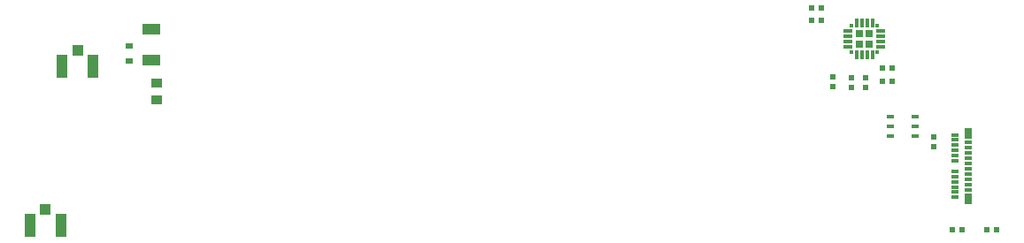
<source format=gbr>
G04*
G04 #@! TF.GenerationSoftware,Altium Limited,Altium Designer,24.3.1 (35)*
G04*
G04 Layer_Color=128*
%FSLAX44Y44*%
%MOMM*%
G71*
G04*
G04 #@! TF.SameCoordinates,025A4B24-8724-457C-B47B-0DB420FA472D*
G04*
G04*
G04 #@! TF.FilePolarity,Positive*
G04*
G01*
G75*
%ADD25R,0.6200X0.5700*%
%ADD27R,0.5000X0.5500*%
%ADD36R,0.5700X0.6200*%
%ADD49R,0.5500X0.5000*%
%ADD51R,1.0000X0.9000*%
%ADD59R,1.0000X1.0500*%
%ADD60R,1.0500X2.2000*%
%ADD64R,0.7000X0.6000*%
%ADD65R,1.8000X1.1000*%
%ADD149R,0.9000X0.3000*%
%ADD150R,0.3000X0.9000*%
%ADD152R,0.3000X0.3000*%
%ADD153R,0.7000X1.0000*%
%ADD154R,0.7000X0.3000*%
%ADD162R,0.7500X0.7500*%
%ADD163R,0.7000X0.4500*%
%ADD164R,0.7000X0.4500*%
D25*
X374650Y84860D02*
D03*
Y75160D02*
D03*
X360680D02*
D03*
Y84860D02*
D03*
D27*
X322910Y139700D02*
D03*
X332410D02*
D03*
X322830Y151130D02*
D03*
X332330D02*
D03*
X500050Y-60975D02*
D03*
X490550D02*
D03*
X457530Y-60960D02*
D03*
X467030D02*
D03*
D36*
X390576Y93980D02*
D03*
X400276D02*
D03*
X400276Y80853D02*
D03*
X390576D02*
D03*
D49*
X343242Y85627D02*
D03*
Y76127D02*
D03*
X439420Y18567D02*
D03*
Y28067D02*
D03*
D51*
X-303450Y63690D02*
D03*
Y79690D02*
D03*
D59*
X-410210Y-41900D02*
D03*
X-379240Y110500D02*
D03*
D60*
X-395460Y-57150D02*
D03*
X-424960D02*
D03*
X-364490Y95250D02*
D03*
X-393990D02*
D03*
D64*
X-330200Y114950D02*
D03*
Y100950D02*
D03*
D65*
X-308530Y131510D02*
D03*
Y101510D02*
D03*
D149*
X388880Y129420D02*
D03*
Y124420D02*
D03*
Y119420D02*
D03*
Y114420D02*
D03*
X357880D02*
D03*
Y119420D02*
D03*
Y124420D02*
D03*
Y129420D02*
D03*
D150*
X380880Y106420D02*
D03*
X375880D02*
D03*
X370880D02*
D03*
X365880D02*
D03*
Y137420D02*
D03*
X370880D02*
D03*
X375880D02*
D03*
X380880D02*
D03*
D152*
X385880Y134420D02*
D03*
X360880D02*
D03*
X385880Y109420D02*
D03*
X360880D02*
D03*
D153*
X472800Y-31000D02*
D03*
Y31000D02*
D03*
D154*
Y22500D02*
D03*
Y17500D02*
D03*
Y12500D02*
D03*
Y7500D02*
D03*
Y2500D02*
D03*
Y-2500D02*
D03*
Y-7500D02*
D03*
Y-12500D02*
D03*
Y-17500D02*
D03*
Y-22500D02*
D03*
X459800Y-30000D02*
D03*
Y-25000D02*
D03*
Y-20000D02*
D03*
Y-15000D02*
D03*
Y-10000D02*
D03*
Y-5000D02*
D03*
Y5000D02*
D03*
Y10000D02*
D03*
Y15000D02*
D03*
Y20000D02*
D03*
Y25000D02*
D03*
Y30000D02*
D03*
D162*
X378130Y126670D02*
D03*
X368630D02*
D03*
X378130Y117170D02*
D03*
X368630D02*
D03*
D163*
X422210Y47600D02*
D03*
Y28600D02*
D03*
X398210D02*
D03*
Y47600D02*
D03*
D164*
X422210Y38100D02*
D03*
X398210D02*
D03*
M02*

</source>
